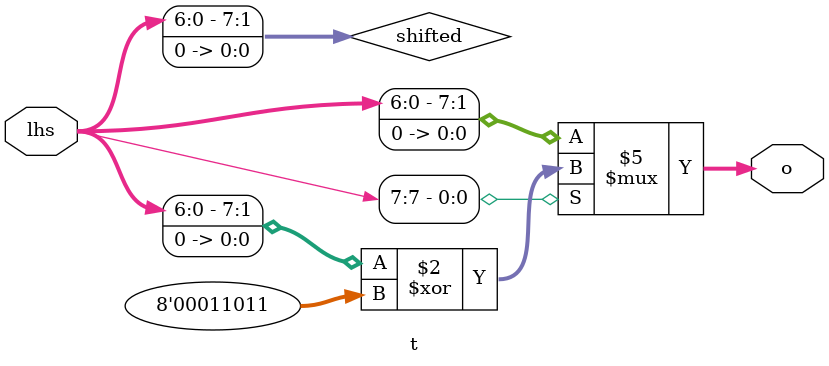
<source format=v>

module t (
    lhs,
    o
);
  input wire [7:0] lhs;
  output reg [7:0] o;

  wire [7:0] shifted;

  always @(shifted or lhs) begin
    if (lhs[7]) o = shifted ^ 8'h1b;
    else o = shifted;
  end

  assign shifted = lhs << 1;

endmodule

</source>
